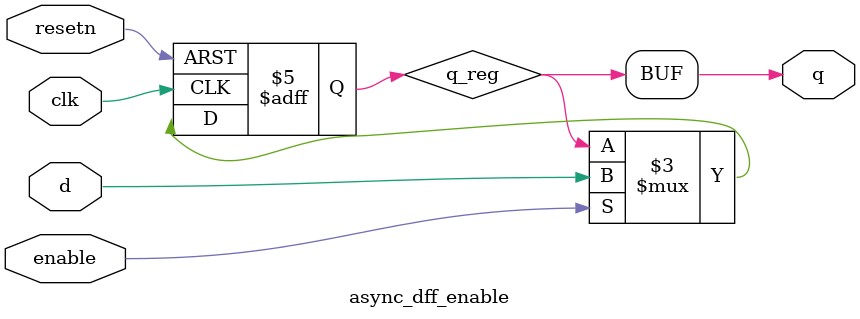
<source format=v>
module async_dff_enable (
    input  clk,
    input  d,
    input  resetn,
    input  enable,  // This is what we'll connect to unlock logic
    output q
);

reg q_reg;

always @(posedge clk or negedge resetn) begin
    if (!resetn)
        q_reg <= 1'b0;
    else if (enable)
        q_reg <= d;
    // else q_reg stays same (implicit latch behavior)
end

assign q = q_reg;

endmodule
</source>
